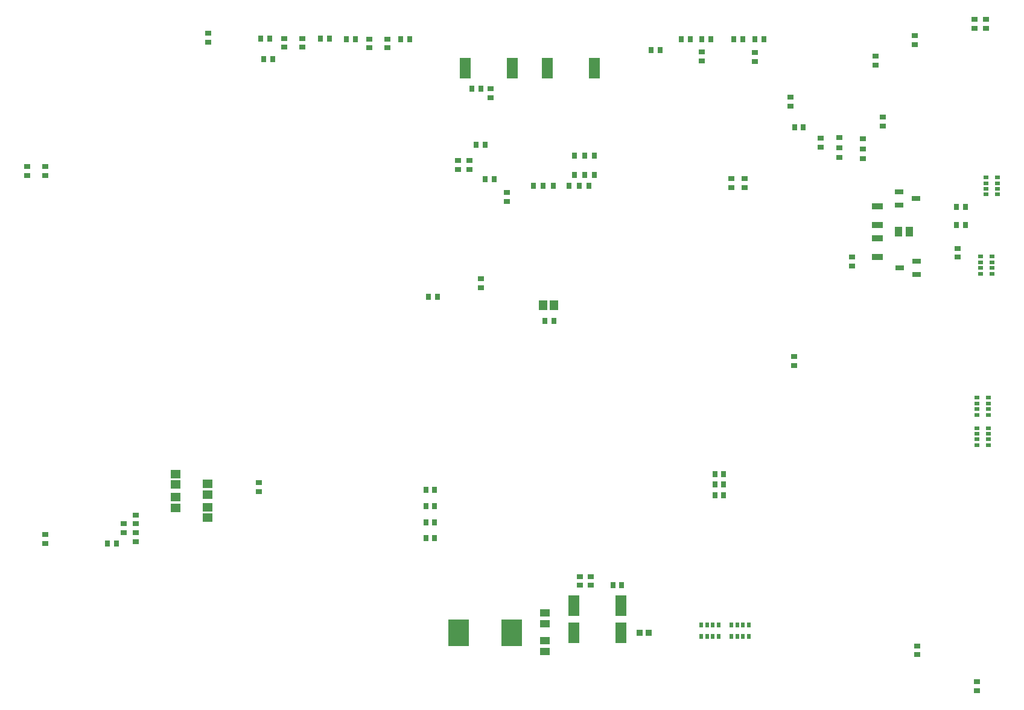
<source format=gbp>
G04*
G04 #@! TF.GenerationSoftware,Altium Limited,Altium Designer,19.0.10 (269)*
G04*
G04 Layer_Color=128*
%FSLAX43Y43*%
%MOMM*%
G71*
G01*
G75*
%ADD36R,0.850X0.750*%
%ADD41R,0.900X0.750*%
%ADD42R,0.850X0.700*%
%ADD43R,0.900X0.800*%
%ADD45R,0.700X0.850*%
%ADD46R,0.800X0.900*%
%ADD47R,1.350X1.150*%
%ADD137R,3.000X3.810*%
%ADD138R,0.750X0.900*%
%ADD139R,0.750X0.850*%
%ADD140R,0.850X0.900*%
%ADD141R,1.350X1.050*%
%ADD142R,1.000X1.350*%
%ADD143R,1.150X1.350*%
%ADD144R,1.200X0.800*%
%ADD145R,1.550X0.900*%
%ADD146R,1.500X3.000*%
%ADD147R,0.700X0.500*%
%ADD148R,0.500X0.700*%
D36*
X163050Y135875D02*
D03*
Y137125D02*
D03*
D41*
X189250Y55125D02*
D03*
Y53875D02*
D03*
X180830Y60125D02*
D03*
Y58875D02*
D03*
X81330Y144875D02*
D03*
Y146125D02*
D03*
X71230Y78500D02*
D03*
Y77250D02*
D03*
X58530Y75750D02*
D03*
Y74500D02*
D03*
X88425Y81793D02*
D03*
Y83043D02*
D03*
X171700Y113475D02*
D03*
Y114725D02*
D03*
X186480Y114675D02*
D03*
Y115925D02*
D03*
X163600Y99475D02*
D03*
Y100725D02*
D03*
X118000Y128225D02*
D03*
Y126975D02*
D03*
X156650Y124475D02*
D03*
Y125725D02*
D03*
D42*
X119650Y110425D02*
D03*
Y111675D02*
D03*
X188900Y148050D02*
D03*
Y146800D02*
D03*
X123300Y123790D02*
D03*
Y122540D02*
D03*
X176000Y134375D02*
D03*
Y133125D02*
D03*
X121000Y137100D02*
D03*
Y138350D02*
D03*
X150610Y142250D02*
D03*
Y143500D02*
D03*
X158070Y142175D02*
D03*
Y143425D02*
D03*
X167250Y130125D02*
D03*
Y131375D02*
D03*
X190500Y146800D02*
D03*
Y148050D02*
D03*
X71230Y76000D02*
D03*
Y74750D02*
D03*
X55990Y127375D02*
D03*
Y126125D02*
D03*
X58530Y127375D02*
D03*
Y126125D02*
D03*
X69500Y76000D02*
D03*
Y77250D02*
D03*
X94540Y145400D02*
D03*
Y144150D02*
D03*
X92000D02*
D03*
Y145400D02*
D03*
X106540Y145300D02*
D03*
Y144050D02*
D03*
X104000D02*
D03*
Y145300D02*
D03*
X133500Y69875D02*
D03*
Y68625D02*
D03*
X154800Y125725D02*
D03*
Y124475D02*
D03*
X116400Y126995D02*
D03*
Y128245D02*
D03*
D43*
X173250Y129900D02*
D03*
Y131300D02*
D03*
Y128500D02*
D03*
X175000Y142875D02*
D03*
Y141625D02*
D03*
X169875Y128650D02*
D03*
Y131450D02*
D03*
Y130050D02*
D03*
X180500Y145750D02*
D03*
Y144500D02*
D03*
X135000Y69875D02*
D03*
Y68625D02*
D03*
D45*
X121500Y125600D02*
D03*
X120250D02*
D03*
X113075Y79750D02*
D03*
X111925D02*
D03*
X119600Y138350D02*
D03*
X118350D02*
D03*
X150610Y145250D02*
D03*
X151860D02*
D03*
X158070Y145300D02*
D03*
X159320D02*
D03*
X113125Y75250D02*
D03*
X111875D02*
D03*
Y82000D02*
D03*
X113125D02*
D03*
X111925Y77500D02*
D03*
X113075D02*
D03*
X152445Y81268D02*
D03*
X153695D02*
D03*
Y82768D02*
D03*
X152445D02*
D03*
X138125Y68650D02*
D03*
X139375D02*
D03*
D46*
X100750Y145300D02*
D03*
X102000D02*
D03*
X147750Y145250D02*
D03*
X149000D02*
D03*
X134800Y124700D02*
D03*
X132000D02*
D03*
X133400D02*
D03*
X126950D02*
D03*
X129750D02*
D03*
X128350D02*
D03*
X135573Y128950D02*
D03*
X132773D02*
D03*
X134173D02*
D03*
X135573Y126200D02*
D03*
X132773D02*
D03*
X134173D02*
D03*
X163625Y132950D02*
D03*
X164875D02*
D03*
X156370Y145300D02*
D03*
X155120D02*
D03*
X97125Y145400D02*
D03*
X98375D02*
D03*
X108375Y145300D02*
D03*
X109625D02*
D03*
X90000Y145400D02*
D03*
X88750D02*
D03*
X187625Y121750D02*
D03*
X186375D02*
D03*
X187625Y119210D02*
D03*
X186375D02*
D03*
X152445Y84268D02*
D03*
X153695D02*
D03*
D47*
X81250Y79592D02*
D03*
Y78143D02*
D03*
X76750Y79525D02*
D03*
Y80975D02*
D03*
X81250Y82842D02*
D03*
Y81393D02*
D03*
X76750Y82775D02*
D03*
Y84225D02*
D03*
D137*
X116500Y62000D02*
D03*
X123900D02*
D03*
D138*
X112275Y109125D02*
D03*
X113525D02*
D03*
X90375Y142500D02*
D03*
X89125D02*
D03*
X144750Y143750D02*
D03*
X143500D02*
D03*
X67250Y74500D02*
D03*
X68500D02*
D03*
X129875Y105750D02*
D03*
X128625D02*
D03*
D139*
X118975Y130500D02*
D03*
X120225D02*
D03*
D140*
X143150Y62000D02*
D03*
X141850D02*
D03*
D141*
X128625Y60875D02*
D03*
Y59375D02*
D03*
Y64750D02*
D03*
Y63250D02*
D03*
D142*
X179750Y118250D02*
D03*
X178250D02*
D03*
D143*
X128350Y107960D02*
D03*
X129875D02*
D03*
D144*
X180690Y122920D02*
D03*
X178290Y123870D02*
D03*
Y121970D02*
D03*
X180750Y114130D02*
D03*
Y112230D02*
D03*
X178350Y113180D02*
D03*
D145*
X175250Y114675D02*
D03*
Y117325D02*
D03*
Y121825D02*
D03*
Y119175D02*
D03*
D146*
X117400Y141250D02*
D03*
X124000D02*
D03*
X128950D02*
D03*
X135550D02*
D03*
X132700Y65750D02*
D03*
X139300D02*
D03*
X132700Y62000D02*
D03*
X139300D02*
D03*
D147*
X192100Y125080D02*
D03*
Y124280D02*
D03*
Y123480D02*
D03*
Y125880D02*
D03*
X190500Y125080D02*
D03*
Y124280D02*
D03*
Y123480D02*
D03*
Y125880D02*
D03*
X189700Y114779D02*
D03*
Y112379D02*
D03*
Y113179D02*
D03*
Y113979D02*
D03*
X191300Y114779D02*
D03*
Y112379D02*
D03*
Y113179D02*
D03*
Y113979D02*
D03*
X189200Y94950D02*
D03*
Y92550D02*
D03*
Y93350D02*
D03*
Y94150D02*
D03*
X190800Y94950D02*
D03*
Y92550D02*
D03*
Y93350D02*
D03*
Y94150D02*
D03*
X189200Y90700D02*
D03*
Y88300D02*
D03*
Y89100D02*
D03*
Y89900D02*
D03*
X190800Y90700D02*
D03*
Y88300D02*
D03*
Y89100D02*
D03*
Y89900D02*
D03*
D148*
X157200Y63050D02*
D03*
X154800D02*
D03*
X155600D02*
D03*
X156400D02*
D03*
X157200Y61450D02*
D03*
X154800D02*
D03*
X155600D02*
D03*
X156400D02*
D03*
X152950Y63050D02*
D03*
X150550D02*
D03*
X151350D02*
D03*
X152150D02*
D03*
X152950Y61450D02*
D03*
X150550D02*
D03*
X151350D02*
D03*
X152150D02*
D03*
M02*

</source>
